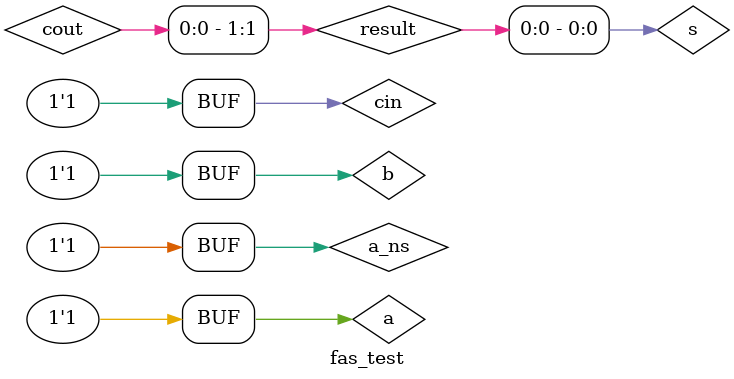
<source format=sv>
module fas_test;

	logic a; // Input bit a
	logic b; // Input bit b
	logic cin; // Carry in
	logic a_ns; // A_nS (add/not subtract) control
	logic s; // Output S
	logic cout; // Carry out
	
	logic[1:0] result;

	parameter nand_tpd = 0;
	parameter or_tpd = 0;
	parameter xnor_tpd = 0;

	fas #(
		.nand_tpd(nand_tpd),
		.or_tpd(or_tpd),
		.xnor_tpd(xnor_tpd)
	) fas_instance (
		.a(a),
		.b(b),
		.cin(cin),
		.a_ns(a_ns),
		.s(s),
		.cout(cout)
	);
	
	always_comb begin
		result = {cout, s};
	end

	initial begin

		// set all parameters for shortest time.
		a = 1'b0;
		b = 1'b0;
		cin = 1'b0;
		a_ns = 1'b0;
		
		#40ns;
	
		for(int i = 0; i < 2; i++) begin
			
			a_ns <= !a_ns;
		
			for(int i = 0; i < 2; i++) begin
		
				cin <= !cin;
				
				for(int i = 0; i < 2; i++) begin
		
					b <= !b;
					
					for(int i = 0; i < 2; i++) begin
		
						a <= !a;
						#40ns;
		
					end
		
				end
		
			end
		
		end

	end;

endmodule

</source>
